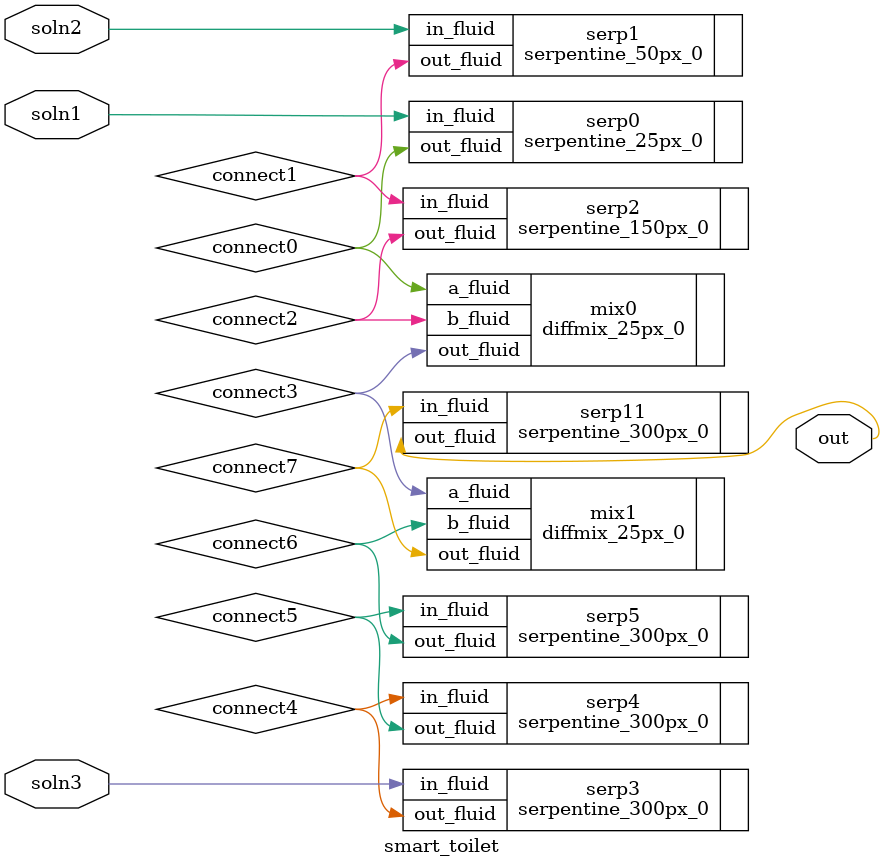
<source format=v>
module smart_toilet (
    soln1,
    soln2,
    soln3,
    out
);

input   soln1, soln2, soln3;
output  out;

// connect0,  

wire    connect1,  connect2,  connect3,  connect4,  connect5,  connect6,  connect7;
//,  connect8,  connect9,
//        connect10, connect11, connect12;

serpentine_25px_0   serp0   (.in_fluid(soln1), .out_fluid(connect0));

serpentine_50px_0   serp1   (.in_fluid(soln2), .out_fluid(connect1));
serpentine_150px_0  serp2   (.in_fluid(connect1), .out_fluid(connect2));

// diffmix_25px_0      mix0    (.a_fluid(soln1), .b_fluid(connect2), .out_fluid(connect3));
diffmix_25px_0      mix0    (.a_fluid(connect0), .b_fluid(connect2), .out_fluid(connect3));


serpentine_300px_0  serp3   (.in_fluid(soln3), .out_fluid(connect4));
serpentine_300px_0  serp4   (.in_fluid(connect4), .out_fluid(connect5));
serpentine_300px_0  serp5   (.in_fluid(connect5), .out_fluid(connect6));
//serpentine_300px_0  serp6   (.in_fluid(connect6), .out_fluid(connect8));
// serpentine_300px_0  serp7   (.in_fluid(connect8), .out_fluid(connect9));
// serpentine_300px_0  serp8   (.in_fluid(connect9), .out_fluid(connect10));
// serpentine_300px_0  serp9   (.in_fluid(connect10), .out_fluid(connect11));
// serpentine_300px_0  serp10  (.in_fluid(connect11), .out_fluid(connect12));

diffmix_25px_0      mix1    (.a_fluid(connect3), .b_fluid(connect6), .out_fluid(connect7));

serpentine_300px_0  serp11  (.in_fluid(connect7), .out_fluid(out));

endmodule
</source>
